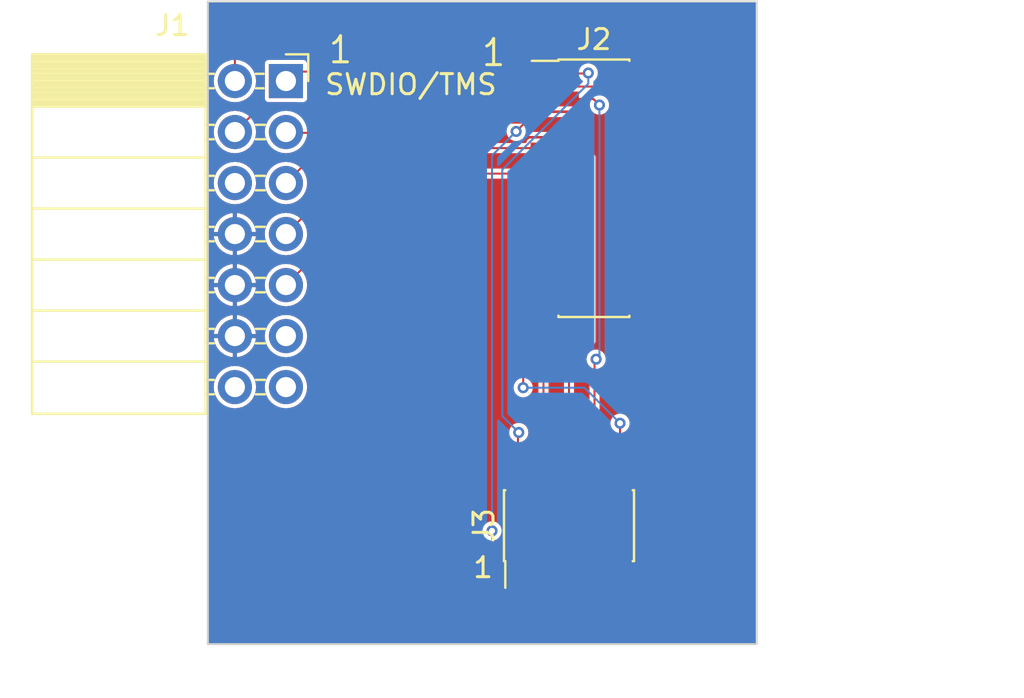
<source format=kicad_pcb>
(kicad_pcb (version 20221018) (generator pcbnew)
  (layers (0 "F.Cu" signal) (31 "B.Cu" signal) (34 "B.Paste" user) (35 "F.Paste" user) (36 "B.SilkS" user "B.Silkscreen") (37 "F.SilkS" user "F.Silkscreen") (38 "B.Mask" user) (39 "F.Mask" user) (44 "Edge.Cuts" user))
  (net 0 "")
  (net 1 "/SWDIO{slash}TMS")
  (net 2 "/~{TRST}")
  (net 3 "/TDI")
  (net 4 "/TDIS")
  (net 5 "/VTRef")
  (net 7 "/SWO{slash}TDO")
  (net 8 "/GND")
  (net 9 "/RTCK")
  (net 10 "/TCK")
  (net 11 "/RXD")
  (net 12 "/TXD")
  (net 14 "/SWDCLK{slash}TCK")
  (net 15 "/EMU0")
  (net 16 "/EMU1")
  (net 17 "/~{RESET}")
  (net 18 "/EMU2")
  (net 19 "/EMU3")
  (net 20 "/EMU4")
  (net 22 "/GndDetect")
  (footprint "Connector_PinHeader_1.27mm:PinHeader_2x10_P1.27mm_Vertical_SMD" (layer "F.Cu") (at 161.28 82.3)
    (fp_text reference "J2" (at 0 -7.41) (layer "F.SilkS"))
    (fp_text value "Conn_02x10_Odd_Even" hide)
    (fp_line (start -3.09 -6.345) (end -1.765 -6.345) (stroke (width 0.12)) (layer "F.SilkS"))
    (fp_line (start -1.765 -6.41) (end -1.765 -6.345) (stroke (width 0.12)) (layer "F.SilkS"))
    (fp_line (start -1.765 -6.41) (end 1.765 -6.41) (stroke (width 0.12)) (layer "F.SilkS"))
    (fp_line (start -1.765 6.345) (end -1.765 6.41) (stroke (width 0.12)) (layer "F.SilkS"))
    (fp_line (start -1.765 6.41) (end 1.765 6.41) (stroke (width 0.12)) (layer "F.SilkS"))
    (fp_line (start 1.765 -6.41) (end 1.765 -6.345) (stroke (width 0.12)) (layer "F.SilkS"))
    (fp_line (start 1.765 6.345) (end 1.765 6.41) (stroke (width 0.12)) (layer "F.SilkS"))
    (pad "1" smd rect (at -1.95 -5.715) (size 2.4 0.74) (layers "F.Cu" "F.Paste" "F.Mask") (net 1 "/SWDIO{slash}TMS"))
    (pad "2" smd rect (at 1.95 -5.715) (size 2.4 0.74) (layers "F.Cu" "F.Paste" "F.Mask") (net 2 "/~{TRST}"))
    (pad "3" smd rect (at -1.95 -4.445) (size 2.4 0.74) (layers "F.Cu" "F.Paste" "F.Mask") (net 3 "/TDI"))
    (pad "4" smd rect (at 1.95 -4.445) (size 2.4 0.74) (layers "F.Cu" "F.Paste" "F.Mask") (net 4 "/TDIS"))
    (pad "5" smd rect (at -1.95 -3.175) (size 2.4 0.74) (layers "F.Cu" "F.Paste" "F.Mask") (net 5 "/VTRef"))
    (pad "6" smd rect (at 1.95 -3.175) (size 2.4 0.74) (layers "F.Cu" "F.Paste" "F.Mask"))
    (pad "7" smd rect (at -1.95 -1.905) (size 2.4 0.74) (layers "F.Cu" "F.Paste" "F.Mask") (net 7 "/SWO{slash}TDO"))
    (pad "8" smd rect (at 1.95 -1.905) (size 2.4 0.74) (layers "F.Cu" "F.Paste" "F.Mask") (net 8 "/GND"))
    (pad "9" smd rect (at -1.95 -0.635) (size 2.4 0.74) (layers "F.Cu" "F.Paste" "F.Mask") (net 9 "/RTCK"))
    (pad "10" smd rect (at 1.95 -0.635) (size 2.4 0.74) (layers "F.Cu" "F.Paste" "F.Mask") (net 8 "/GND"))
    (pad "11" smd rect (at -1.95 0.635) (size 2.4 0.74) (layers "F.Cu" "F.Paste" "F.Mask") (net 14 "/SWDCLK{slash}TCK"))
    (pad "12" smd rect (at 1.95 0.635) (size 2.4 0.74) (layers "F.Cu" "F.Paste" "F.Mask") (net 8 "/GND"))
    (pad "13" smd rect (at -1.95 1.905) (size 2.4 0.74) (layers "F.Cu" "F.Paste" "F.Mask") (net 15 "/EMU0"))
    (pad "14" smd rect (at 1.95 1.905) (size 2.4 0.74) (layers "F.Cu" "F.Paste" "F.Mask") (net 16 "/EMU1"))
    (pad "15" smd rect (at -1.95 3.175) (size 2.4 0.74) (layers "F.Cu" "F.Paste" "F.Mask") (net 17 "/~{RESET}"))
    (pad "16" smd rect (at 1.95 3.175) (size 2.4 0.74) (layers "F.Cu" "F.Paste" "F.Mask") (net 8 "/GND"))
    (pad "17" smd rect (at -1.95 4.445) (size 2.4 0.74) (layers "F.Cu" "F.Paste" "F.Mask") (net 18 "/EMU2"))
    (pad "18" smd rect (at 1.95 4.445) (size 2.4 0.74) (layers "F.Cu" "F.Paste" "F.Mask") (net 19 "/EMU3"))
    (pad "19" smd rect (at -1.95 5.715) (size 2.4 0.74) (layers "F.Cu" "F.Paste" "F.Mask") (net 20 "/EMU4"))
    (pad "20" smd rect (at 1.95 5.715) (size 2.4 0.74) (layers "F.Cu" "F.Paste" "F.Mask") (net 8 "/GND"))
  )
  (footprint "Connector_PinSocket_2.54mm:PinSocket_2x07_P2.54mm_Horizontal" (layer "F.Cu") (at 145.955 76.96)
    (fp_text reference "J1" (at -5.65 -2.77) (layer "F.SilkS"))
    (fp_text value "Conn_02x07_Odd_Even")
    (fp_line (start -12.63 -1.33) (end -12.63 16.57) (stroke (width 0.12)) (layer "F.SilkS"))
    (fp_line (start -12.63 -1.33) (end -4 -1.33) (stroke (width 0.12)) (layer "F.SilkS"))
    (fp_line (start -12.63 -1.21) (end -4 -1.21) (stroke (width 0.12)) (layer "F.SilkS"))
    (fp_line (start -12.63 -1.091905) (end -4 -1.091905) (stroke (width 0.12)) (layer "F.SilkS"))
    (fp_line (start -12.63 -0.97381) (end -4 -0.97381) (stroke (width 0.12)) (layer "F.SilkS"))
    (fp_line (start -12.63 -0.855715) (end -4 -0.855715) (stroke (width 0.12)) (layer "F.SilkS"))
    (fp_line (start -12.63 -0.73762) (end -4 -0.73762) (stroke (width 0.12)) (layer "F.SilkS"))
    (fp_line (start -12.63 -0.619525) (end -4 -0.619525) (stroke (width 0.12)) (layer "F.SilkS"))
    (fp_line (start -12.63 -0.50143) (end -4 -0.50143) (stroke (width 0.12)) (layer "F.SilkS"))
    (fp_line (start -12.63 -0.383335) (end -4 -0.383335) (stroke (width 0.12)) (layer "F.SilkS"))
    (fp_line (start -12.63 -0.26524) (end -4 -0.26524) (stroke (width 0.12)) (layer "F.SilkS"))
    (fp_line (start -12.63 -0.147145) (end -4 -0.147145) (stroke (width 0.12)) (layer "F.SilkS"))
    (fp_line (start -12.63 -0.02905) (end -4 -0.02905) (stroke (width 0.12)) (layer "F.SilkS"))
    (fp_line (start -12.63 0.089045) (end -4 0.089045) (stroke (width 0.12)) (layer "F.SilkS"))
    (fp_line (start -12.63 0.20714) (end -4 0.20714) (stroke (width 0.12)) (layer "F.SilkS"))
    (fp_line (start -12.63 0.325235) (end -4 0.325235) (stroke (width 0.12)) (layer "F.SilkS"))
    (fp_line (start -12.63 0.44333) (end -4 0.44333) (stroke (width 0.12)) (layer "F.SilkS"))
    (fp_line (start -12.63 0.561425) (end -4 0.561425) (stroke (width 0.12)) (layer "F.SilkS"))
    (fp_line (start -12.63 0.67952) (end -4 0.67952) (stroke (width 0.12)) (layer "F.SilkS"))
    (fp_line (start -12.63 0.797615) (end -4 0.797615) (stroke (width 0.12)) (layer "F.SilkS"))
    (fp_line (start -12.63 0.91571) (end -4 0.91571) (stroke (width 0.12)) (layer "F.SilkS"))
    (fp_line (start -12.63 1.033805) (end -4 1.033805) (stroke (width 0.12)) (layer "F.SilkS"))
    (fp_line (start -12.63 1.1519) (end -4 1.1519) (stroke (width 0.12)) (layer "F.SilkS"))
    (fp_line (start -12.63 1.27) (end -4 1.27) (stroke (width 0.12)) (layer "F.SilkS"))
    (fp_line (start -12.63 3.81) (end -4 3.81) (stroke (width 0.12)) (layer "F.SilkS"))
    (fp_line (start -12.63 6.35) (end -4 6.35) (stroke (width 0.12)) (layer "F.SilkS"))
    (fp_line (start -12.63 8.89) (end -4 8.89) (stroke (width 0.12)) (layer "F.SilkS"))
    (fp_line (start -12.63 11.43) (end -4 11.43) (stroke (width 0.12)) (layer "F.SilkS"))
    (fp_line (start -12.63 13.97) (end -4 13.97) (stroke (width 0.12)) (layer "F.SilkS"))
    (fp_line (start -12.63 16.57) (end -4 16.57) (stroke (width 0.12)) (layer "F.SilkS"))
    (fp_line (start -4 -1.33) (end -4 16.57) (stroke (width 0.12)) (layer "F.SilkS"))
    (fp_line (start -4 -0.36) (end -3.59 -0.36) (stroke (width 0.12)) (layer "F.SilkS"))
    (fp_line (start -4 0.36) (end -3.59 0.36) (stroke (width 0.12)) (layer "F.SilkS"))
    (fp_line (start -4 2.18) (end -3.59 2.18) (stroke (width 0.12)) (layer "F.SilkS"))
    (fp_line (start -4 2.9) (end -3.59 2.9) (stroke (width 0.12)) (layer "F.SilkS"))
    (fp_line (start -4 4.72) (end -3.59 4.72) (stroke (width 0.12)) (layer "F.SilkS"))
    (fp_line (start -4 5.44) (end -3.59 5.44) (stroke (width 0.12)) (layer "F.SilkS"))
    (fp_line (start -4 7.26) (end -3.59 7.26) (stroke (width 0.12)) (layer "F.SilkS"))
    (fp_line (start -4 7.98) (end -3.59 7.98) (stroke (width 0.12)) (layer "F.SilkS"))
    (fp_line (start -4 9.8) (end -3.59 9.8) (stroke (width 0.12)) (layer "F.SilkS"))
    (fp_line (start -4 10.52) (end -3.59 10.52) (stroke (width 0.12)) (layer "F.SilkS"))
    (fp_line (start -4 12.34) (end -3.59 12.34) (stroke (width 0.12)) (layer "F.SilkS"))
    (fp_line (start -4 13.06) (end -3.59 13.06) (stroke (width 0.12)) (layer "F.SilkS"))
    (fp_line (start -4 14.88) (end -3.59 14.88) (stroke (width 0.12)) (layer "F.SilkS"))
    (fp_line (start -4 15.6) (end -3.59 15.6) (stroke (width 0.12)) (layer "F.SilkS"))
    (fp_line (start -1.49 -0.36) (end -1.11 -0.36) (stroke (width 0.12)) (layer "F.SilkS"))
    (fp_line (start -1.49 0.36) (end -1.11 0.36) (stroke (width 0.12)) (layer "F.SilkS"))
    (fp_line (start -1.49 2.18) (end -1.05 2.18) (stroke (width 0.12)) (layer "F.SilkS"))
    (fp_line (start -1.49 2.9) (end -1.05 2.9) (stroke (width 0.12)) (layer "F.SilkS"))
    (fp_line (start -1.49 4.72) (end -1.05 4.72) (stroke (width 0.12)) (layer "F.SilkS"))
    (fp_line (start -1.49 5.44) (end -1.05 5.44) (stroke (width 0.12)) (layer "F.SilkS"))
    (fp_line (start -1.49 7.26) (end -1.05 7.26) (stroke (width 0.12)) (layer "F.SilkS"))
    (fp_line (start -1.49 7.98) (end -1.05 7.98) (stroke (width 0.12)) (layer "F.SilkS"))
    (fp_line (start -1.49 9.8) (end -1.05 9.8) (stroke (width 0.12)) (layer "F.SilkS"))
    (fp_line (start -1.49 10.52) (end -1.05 10.52) (stroke (width 0.12)) (layer "F.SilkS"))
    (fp_line (start -1.49 12.34) (end -1.05 12.34) (stroke (width 0.12)) (layer "F.SilkS"))
    (fp_line (start -1.49 13.06) (end -1.05 13.06) (stroke (width 0.12)) (layer "F.SilkS"))
    (fp_line (start -1.49 14.88) (end -1.05 14.88) (stroke (width 0.12)) (layer "F.SilkS"))
    (fp_line (start -1.49 15.6) (end -1.05 15.6) (stroke (width 0.12)) (layer "F.SilkS"))
    (fp_line (start 0 -1.33) (end 1.11 -1.33) (stroke (width 0.12)) (layer "F.SilkS"))
    (fp_line (start 1.11 -1.33) (end 1.11 0) (stroke (width 0.12)) (layer "F.SilkS"))
    (pad "1" thru_hole rect (at 0 0) (size 1.7 1.7) (drill 1) (layers "*.Cu" "*.Mask") (net 1 "/SWDIO{slash}TMS"))
    (pad "2" thru_hole oval (at -2.54 0) (size 1.7 1.7) (drill 1) (layers "*.Cu" "*.Mask") (net 2 "/~{TRST}"))
    (pad "3" thru_hole oval (at 0 2.54) (size 1.7 1.7) (drill 1) (layers "*.Cu" "*.Mask") (net 3 "/TDI"))
    (pad "4" thru_hole oval (at -2.54 2.54) (size 1.7 1.7) (drill 1) (layers "*.Cu" "*.Mask") (net 4 "/TDIS"))
    (pad "5" thru_hole oval (at 0 5.08) (size 1.7 1.7) (drill 1) (layers "*.Cu" "*.Mask") (net 5 "/VTRef"))
    (pad "6" thru_hole oval (at -2.54 5.08) (size 1.7 1.7) (drill 1) (layers "*.Cu" "*.Mask"))
    (pad "7" thru_hole oval (at 0 7.62) (size 1.7 1.7) (drill 1) (layers "*.Cu" "*.Mask") (net 7 "/SWO{slash}TDO"))
    (pad "8" thru_hole oval (at -2.54 7.62) (size 1.7 1.7) (drill 1) (layers "*.Cu" "*.Mask") (net 8 "/GND"))
    (pad "9" thru_hole oval (at 0 10.16) (size 1.7 1.7) (drill 1) (layers "*.Cu" "*.Mask") (net 9 "/RTCK"))
    (pad "10" thru_hole oval (at -2.54 10.16) (size 1.7 1.7) (drill 1) (layers "*.Cu" "*.Mask") (net 8 "/GND"))
    (pad "11" thru_hole oval (at 0 12.7) (size 1.7 1.7) (drill 1) (layers "*.Cu" "*.Mask") (net 10 "/TCK"))
    (pad "12" thru_hole oval (at -2.54 12.7) (size 1.7 1.7) (drill 1) (layers "*.Cu" "*.Mask") (net 8 "/GND"))
    (pad "13" thru_hole oval (at 0 15.24) (size 1.7 1.7) (drill 1) (layers "*.Cu" "*.Mask") (net 11 "/RXD"))
    (pad "14" thru_hole oval (at -2.54 15.24) (size 1.7 1.7) (drill 1) (layers "*.Cu" "*.Mask") (net 12 "/TXD"))
  )
  (footprint "Connector_PinHeader_1.27mm:PinHeader_2x05_P1.27mm_Vertical_SMD" (layer "F.Cu") (at 160.04 99.1 90)
    (fp_text reference "J3" (at 0 -4.235 90) (layer "F.SilkS"))
    (fp_text value "Conn_02x05_Odd_Even")
    (fp_line (start -3.09 -3.17) (end -1.765 -3.17) (stroke (width 0.12)) (layer "F.SilkS"))
    (fp_line (start -1.765 -3.235) (end -1.765 -3.17) (stroke (width 0.12)) (layer "F.SilkS"))
    (fp_line (start -1.765 -3.235) (end 1.765 -3.235) (stroke (width 0.12)) (layer "F.SilkS"))
    (fp_line (start -1.765 3.17) (end -1.765 3.235) (stroke (width 0.12)) (layer "F.SilkS"))
    (fp_line (start -1.765 3.235) (end 1.765 3.235) (stroke (width 0.12)) (layer "F.SilkS"))
    (fp_line (start 1.765 -3.235) (end 1.765 -3.17) (stroke (width 0.12)) (layer "F.SilkS"))
    (fp_line (start 1.765 3.17) (end 1.765 3.235) (stroke (width 0.12)) (layer "F.SilkS"))
    (pad "1" smd rect (at -1.95 -2.54 90) (size 2.4 0.74) (layers "F.Cu" "F.Paste" "F.Mask") (net 5 "/VTRef"))
    (pad "2" smd rect (at 1.95 -2.54 90) (size 2.4 0.74) (layers "F.Cu" "F.Paste" "F.Mask") (net 1 "/SWDIO{slash}TMS"))
    (pad "3" smd rect (at -1.95 -1.27 90) (size 2.4 0.74) (layers "F.Cu" "F.Paste" "F.Mask") (net 8 "/GND"))
    (pad "4" smd rect (at 1.95 -1.27 90) (size 2.4 0.74) (layers "F.Cu" "F.Paste" "F.Mask") (net 14 "/SWDCLK{slash}TCK"))
    (pad "5" smd rect (at -1.95 0 90) (size 2.4 0.74) (layers "F.Cu" "F.Paste" "F.Mask") (net 8 "/GND"))
    (pad "6" smd rect (at 1.95 0 90) (size 2.4 0.74) (layers "F.Cu" "F.Paste" "F.Mask") (net 7 "/SWO{slash}TDO"))
    (pad "7" smd rect (at -1.95 1.27 90) (size 2.4 0.74) (layers "F.Cu" "F.Paste" "F.Mask"))
    (pad "8" smd rect (at 1.95 1.27 90) (size 2.4 0.74) (layers "F.Cu" "F.Paste" "F.Mask") (net 3 "/TDI"))
    (pad "9" smd rect (at -1.95 2.54 90) (size 2.4 0.74) (layers "F.Cu" "F.Paste" "F.Mask") (net 22 "/GndDetect"))
    (pad "10" smd rect (at 1.95 2.54 90) (size 2.4 0.74) (layers "F.Cu" "F.Paste" "F.Mask") (net 17 "/~{RESET}"))
  )
  (gr_rect (start 142.07 73) (end 169.38 105) (stroke (width 0.1)) (fill none) (layer "Edge.Cuts"))
  (gr_text "1" (at 155.62 76.31) (layer "F.SilkS") (effects (font (size 1.3 1.2)) (justify left bottom)))
  (gr_text "SWDIO/TMS" (at 147.81 77.72) (layer "F.SilkS") (effects (font (size 1 1)) (justify left bottom)))
  (gr_text "1" (at 148 76.17) (layer "F.SilkS") (effects (font (size 1.3 1.2)) (justify left bottom)))
  (gr_text "1" (at 155.19 101.77) (layer "F.SilkS") (effects (font (size 1 1)) (justify left bottom)))
  (segment (start 159.235 76.49) (end 159.33 76.585) (width 0.1) (layer "F.Cu") (net 1))
  (segment (start 157.5 94.5) (end 157.5 97.15) (width 0.1) (layer "F.Cu") (net 1))
  (segment (start 160.975 76.585) (end 161 76.56) (width 0.1) (layer "F.Cu") (net 1))
  (segment (start 157.54 94.46) (end 157.5 94.5) (width 0.1) (layer "F.Cu") (net 1))
  (segment (start 159.33 76.585) (end 160.975 76.585) (width 0.1) (layer "F.Cu") (net 1))
  (segment (start 145.955 76.96) (end 146.425 76.49) (width 0.1) (layer "F.Cu") (net 1))
  (segment (start 146.425 76.49) (end 159.235 76.49) (width 0.1) (layer "F.Cu") (net 1))
  (via (at 157.54 94.46) (size 0.55) (drill 0.3) (layers "F.Cu" "B.Cu") (net 1))
  (via (at 161 76.56) (size 0.55) (drill 0.3) (layers "F.Cu" "B.Cu") (net 1))
  (segment (start 161 77.09) (end 156.72 81.37) (width 0.1) (layer "B.Cu") (net 1))
  (segment (start 156.72 81.37) (end 156.72 93.64) (width 0.1) (layer "B.Cu") (net 1))
  (segment (start 161 76.56) (end 161 77.09) (width 0.1) (layer "B.Cu") (net 1))
  (segment (start 156.72 93.64) (end 157.54 94.46) (width 0.1) (layer "B.Cu") (net 1))
  (segment (start 161.445 74.8) (end 163.23 76.585) (width 0.1) (layer "F.Cu") (net 2))
  (segment (start 143.415 75.545) (end 144.16 74.8) (width 0.1) (layer "F.Cu") (net 2))
  (segment (start 144.16 74.8) (end 161.445 74.8) (width 0.1) (layer "F.Cu") (net 2))
  (segment (start 143.415 76.96) (end 143.415 75.545) (width 0.1) (layer "F.Cu") (net 2))
  (segment (start 158.676446 77.855) (end 159.33 77.855) (width 0.1) (layer "F.Cu") (net 3))
  (segment (start 161.31 97.15) (end 161.31 90.89) (width 0.1) (layer "F.Cu") (net 3))
  (segment (start 157.951446 78.58) (end 158.676446 77.855) (width 0.1) (layer "F.Cu") (net 3))
  (segment (start 161.5555 78.155656) (end 161.254844 77.855) (width 0.1) (layer "F.Cu") (net 3))
  (segment (start 161.254844 77.855) (end 159.33 77.855) (width 0.1) (layer "F.Cu") (net 3))
  (segment (start 147.23 79.54) (end 148.19 78.58) (width 0.1) (layer "F.Cu") (net 3))
  (segment (start 161.31 90.89) (end 161.39 90.81) (width 0.1) (layer "F.Cu") (net 3))
  (segment (start 145.955 79.5) (end 145.995 79.54) (width 0.1) (layer "F.Cu") (net 3))
  (segment (start 145.995 79.54) (end 147.23 79.54) (width 0.1) (layer "F.Cu") (net 3))
  (segment (start 148.19 78.58) (end 157.951446 78.58) (width 0.1) (layer "F.Cu") (net 3))
  (via (at 161.39 90.81) (size 0.55) (drill 0.3) (layers "F.Cu" "B.Cu") (net 3))
  (via (at 161.5555 78.155656) (size 0.55) (drill 0.3) (layers "F.Cu" "B.Cu") (net 3))
  (segment (start 161.5555 90.6445) (end 161.39 90.81) (width 0.1) (layer "B.Cu") (net 3))
  (segment (start 161.5555 78.155656) (end 161.5555 90.6445) (width 0.1) (layer "B.Cu") (net 3))
  (segment (start 147.733554 77.235) (end 162.61 77.235) (width 0.1) (layer "F.Cu") (net 4))
  (segment (start 146.598554 78.37) (end 147.733554 77.235) (width 0.1) (layer "F.Cu") (net 4))
  (segment (start 144.545 78.37) (end 146.598554 78.37) (width 0.1) (layer "F.Cu") (net 4))
  (segment (start 143.415 79.5) (end 144.545 78.37) (width 0.1) (layer "F.Cu") (net 4))
  (segment (start 162.61 77.235) (end 163.23 77.855) (width 0.1) (layer "F.Cu") (net 4))
  (segment (start 157.755 79.125) (end 157.41 79.47) (width 0.1) (layer "F.Cu") (net 5))
  (segment (start 159.33 79.125) (end 157.755 79.125) (width 0.1) (layer "F.Cu") (net 5))
  (segment (start 156.21 99.36) (end 156.21 99.76) (width 0.1) (layer "F.Cu") (net 5))
  (segment (start 156.21 99.76) (end 157.5 101.05) (width 0.1) (layer "F.Cu") (net 5))
  (segment (start 145.955 82.04) (end 148.965 79.03) (width 0.1) (layer "F.Cu") (net 5))
  (segment (start 159.235 79.03) (end 159.33 79.125) (width 0.1) (layer "F.Cu") (net 5))
  (segment (start 148.965 79.03) (end 159.235 79.03) (width 0.1) (layer "F.Cu") (net 5))
  (via (at 156.21 99.36) (size 0.55) (drill 0.3) (layers "F.Cu" "B.Cu") (net 5))
  (via (at 157.41 79.47) (size 0.55) (drill 0.3) (layers "F.Cu" "B.Cu") (net 5))
  (segment (start 157.41 79.47) (end 156.21 80.67) (width 0.1) (layer "B.Cu") (net 5))
  (segment (start 156.21 80.67) (end 156.21 99.36) (width 0.1) (layer "B.Cu") (net 5))
  (segment (start 161.105 89.895) (end 160.04 90.96) (width 0.1) (layer "F.Cu") (net 7))
  (segment (start 159.235 80.3) (end 159.33 80.395) (width 0.1) (layer "F.Cu") (net 7))
  (segment (start 160.04 90.96) (end 160.04 97.15) (width 0.1) (layer "F.Cu") (net 7))
  (segment (start 145.955 84.58) (end 150.235 80.3) (width 0.1) (layer "F.Cu") (net 7))
  (segment (start 159.33 80.395) (end 160.725 80.395) (width 0.1) (layer "F.Cu") (net 7))
  (segment (start 160.725 80.395) (end 161.105 80.775) (width 0.1) (layer "F.Cu") (net 7))
  (segment (start 150.235 80.3) (end 159.235 80.3) (width 0.1) (layer "F.Cu") (net 7))
  (segment (start 161.105 80.775) (end 161.105 89.895) (width 0.1) (layer "F.Cu") (net 7))
  (segment (start 159.235 81.57) (end 159.33 81.665) (width 0.1) (layer "F.Cu") (net 9))
  (segment (start 145.955 87.12) (end 151.505 81.57) (width 0.1) (layer "F.Cu") (net 9))
  (segment (start 151.505 81.57) (end 159.235 81.57) (width 0.1) (layer "F.Cu") (net 9))
  (segment (start 160.805 89.695) (end 158.77 91.73) (width 0.1) (layer "F.Cu") (net 14))
  (segment (start 160.53 82.935) (end 160.805 83.21) (width 0.1) (layer "F.Cu") (net 14))
  (segment (start 158.77 91.73) (end 158.77 97.15) (width 0.1) (layer "F.Cu") (net 14))
  (segment (start 160.805 83.21) (end 160.805 89.695) (width 0.1) (layer "F.Cu") (net 14))
  (segment (start 159.33 82.935) (end 160.53 82.935) (width 0.1) (layer "F.Cu") (net 14))
  (segment (start 162.58 94) (end 162.58 97.15) (width 0.1) (layer "F.Cu") (net 17))
  (segment (start 157.76 85.57) (end 157.76 92.23) (width 0.1) (layer "F.Cu") (net 17))
  (segment (start 159.33 85.475) (end 157.855 85.475) (width 0.1) (layer "F.Cu") (net 17))
  (segment (start 157.855 85.475) (end 157.76 85.57) (width 0.1) (layer "F.Cu") (net 17))
  (via (at 162.58 94) (size 0.55) (drill 0.3) (layers "F.Cu" "B.Cu") (net 17))
  (via (at 157.76 92.23) (size 0.55) (drill 0.3) (layers "F.Cu" "B.Cu") (net 17))
  (segment (start 157.76 92.23) (end 160.81 92.23) (width 0.1) (layer "B.Cu") (net 17))
  (segment (start 160.81 92.23) (end 162.58 94) (width 0.1) (layer "B.Cu") (net 17))
  (zone (net 8) (net_name "/GND") (layers "F&B.Cu") (name "GND") (priority 1) (connect_pads (clearance 0.2)) (min_thickness 0.1) (fill yes (thermal_gap 0.2) (thermal_bridge_width 0.2))
    (polygon (pts (xy 169.75 72.93) (xy 170.03 73.21) (xy 170.03 105.87) (xy 141.58 105.87) (xy 141.35 105.64) (xy 141.35 73.38) (xy 141.75 72.98) (xy 142.06 72.93)))
  )
)
</source>
